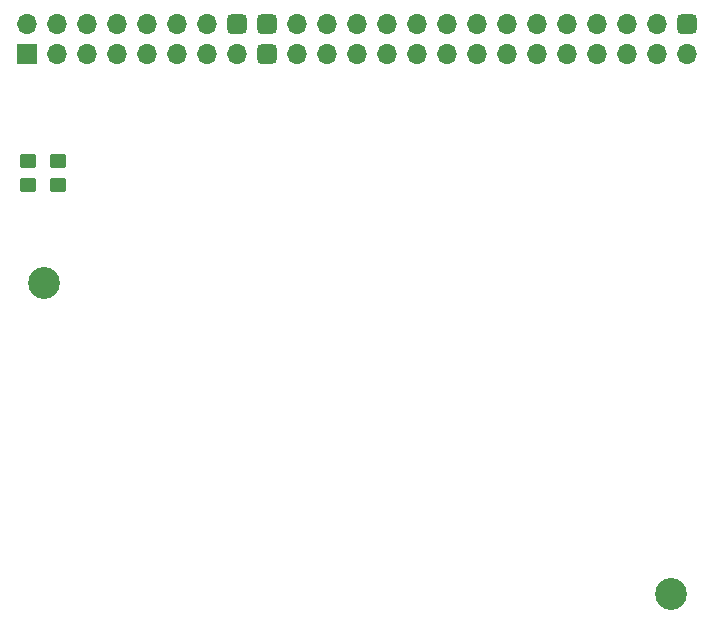
<source format=gbr>
%TF.GenerationSoftware,KiCad,Pcbnew,(6.0.9)*%
%TF.CreationDate,2022-12-02T14:08:30-06:00*%
%TF.ProjectId,Game Gear Breakout,47616d65-2047-4656-9172-20427265616b,rev?*%
%TF.SameCoordinates,Original*%
%TF.FileFunction,Soldermask,Bot*%
%TF.FilePolarity,Negative*%
%FSLAX46Y46*%
G04 Gerber Fmt 4.6, Leading zero omitted, Abs format (unit mm)*
G04 Created by KiCad (PCBNEW (6.0.9)) date 2022-12-02 14:08:30*
%MOMM*%
%LPD*%
G01*
G04 APERTURE LIST*
G04 Aperture macros list*
%AMRoundRect*
0 Rectangle with rounded corners*
0 $1 Rounding radius*
0 $2 $3 $4 $5 $6 $7 $8 $9 X,Y pos of 4 corners*
0 Add a 4 corners polygon primitive as box body*
4,1,4,$2,$3,$4,$5,$6,$7,$8,$9,$2,$3,0*
0 Add four circle primitives for the rounded corners*
1,1,$1+$1,$2,$3*
1,1,$1+$1,$4,$5*
1,1,$1+$1,$6,$7*
1,1,$1+$1,$8,$9*
0 Add four rect primitives between the rounded corners*
20,1,$1+$1,$2,$3,$4,$5,0*
20,1,$1+$1,$4,$5,$6,$7,0*
20,1,$1+$1,$6,$7,$8,$9,0*
20,1,$1+$1,$8,$9,$2,$3,0*%
G04 Aperture macros list end*
%ADD10C,2.700000*%
%ADD11R,1.700000X1.700000*%
%ADD12O,1.700000X1.700000*%
%ADD13RoundRect,0.425000X0.425000X-0.425000X0.425000X0.425000X-0.425000X0.425000X-0.425000X-0.425000X0*%
%ADD14RoundRect,0.250000X0.450000X-0.350000X0.450000X0.350000X-0.450000X0.350000X-0.450000X-0.350000X0*%
G04 APERTURE END LIST*
D10*
%TO.C,PEG1*%
X136177699Y-78846899D03*
%TD*%
D11*
%TO.C,J2*%
X134742699Y-59451899D03*
D12*
X134742699Y-56911899D03*
X137282699Y-59451899D03*
X137282699Y-56911899D03*
X139822699Y-59451899D03*
X139822699Y-56911899D03*
X142362699Y-59451899D03*
X142362699Y-56911899D03*
X144902699Y-59451899D03*
X144902699Y-56911899D03*
X147442699Y-59451899D03*
X147442699Y-56911899D03*
X149982699Y-59451899D03*
X149982699Y-56911899D03*
X152522699Y-59451899D03*
D13*
X152522699Y-56911899D03*
X155062699Y-59451899D03*
X155062699Y-56911899D03*
D12*
X157602699Y-59451899D03*
X157602699Y-56911899D03*
X160142699Y-59451899D03*
X160142699Y-56911899D03*
X162682699Y-59451899D03*
X162682699Y-56911899D03*
X165222699Y-59451899D03*
X165222699Y-56911899D03*
X167762699Y-59451899D03*
X167762699Y-56911899D03*
X170302699Y-59451899D03*
X170302699Y-56911899D03*
X172842699Y-59451899D03*
X172842699Y-56911899D03*
X175382699Y-59451899D03*
X175382699Y-56911899D03*
X177922699Y-59451899D03*
X177922699Y-56911899D03*
X180462699Y-59451899D03*
X180462699Y-56911899D03*
X183002699Y-59451899D03*
X183002699Y-56911899D03*
X185542699Y-59451899D03*
X185542699Y-56911899D03*
X188082699Y-59451899D03*
X188082699Y-56911899D03*
X190622699Y-59451899D03*
D13*
X190622699Y-56911899D03*
%TD*%
D10*
%TO.C,PEG2*%
X189237699Y-105156899D03*
%TD*%
D14*
%TO.C,R2*%
X134823699Y-70517399D03*
X134823699Y-68517399D03*
%TD*%
%TO.C,R1*%
X137363699Y-70517399D03*
X137363699Y-68517399D03*
%TD*%
M02*

</source>
